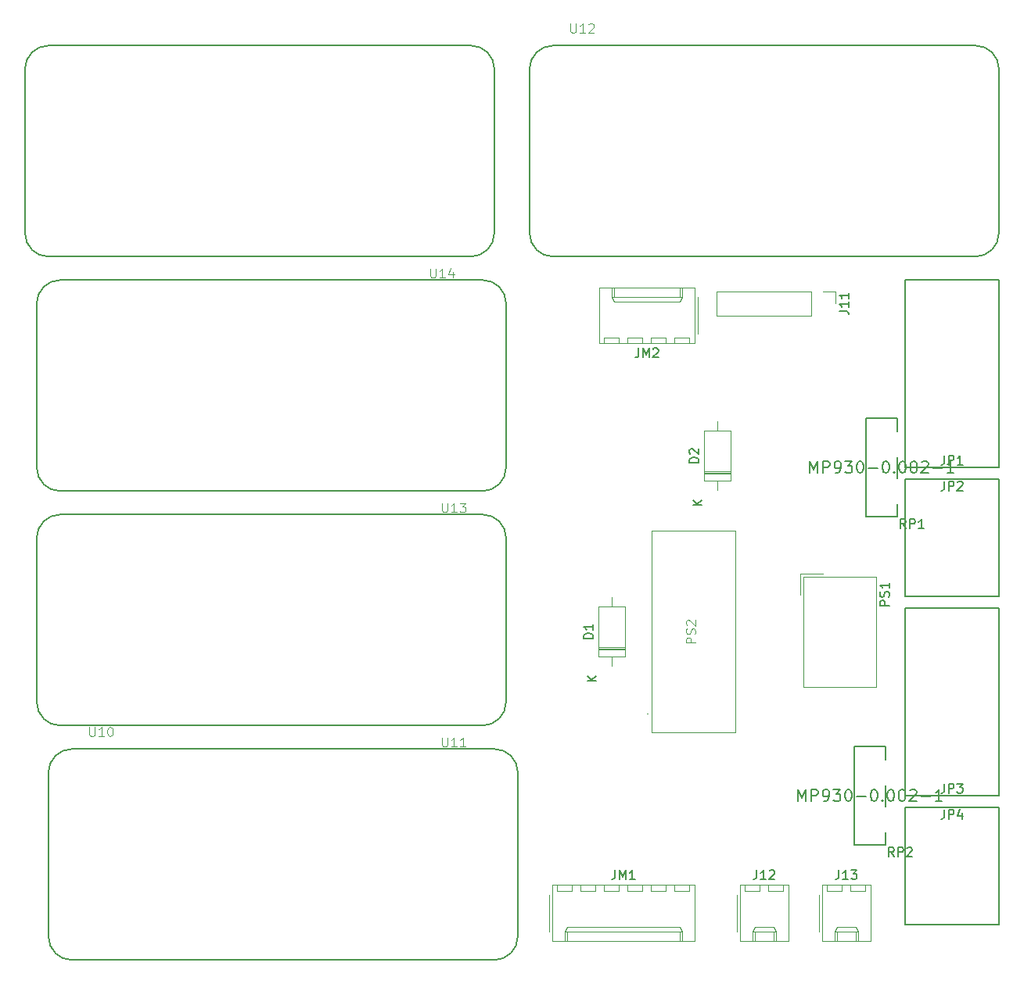
<source format=gbr>
G04 #@! TF.GenerationSoftware,KiCad,Pcbnew,5.0.2+dfsg1-1*
G04 #@! TF.CreationDate,2021-02-11T18:24:03-07:00*
G04 #@! TF.ProjectId,smart_battery,736d6172-745f-4626-9174-746572792e6b,rev?*
G04 #@! TF.SameCoordinates,Original*
G04 #@! TF.FileFunction,Legend,Top*
G04 #@! TF.FilePolarity,Positive*
%FSLAX46Y46*%
G04 Gerber Fmt 4.6, Leading zero omitted, Abs format (unit mm)*
G04 Created by KiCad (PCBNEW 5.0.2+dfsg1-1) date Thu 11 Feb 2021 06:24:03 PM MST*
%MOMM*%
%LPD*%
G01*
G04 APERTURE LIST*
%ADD10C,0.120000*%
%ADD11C,0.127000*%
%ADD12C,0.100000*%
%ADD13C,0.150000*%
%ADD14C,0.015000*%
G04 APERTURE END LIST*
D10*
G04 #@! TO.C,D1*
X84890000Y-84490000D02*
X87830000Y-84490000D01*
X84890000Y-84250000D02*
X87830000Y-84250000D01*
X84890000Y-84370000D02*
X87830000Y-84370000D01*
X86360000Y-78810000D02*
X86360000Y-79830000D01*
X86360000Y-86290000D02*
X86360000Y-85270000D01*
X84890000Y-79830000D02*
X84890000Y-85270000D01*
X87830000Y-79830000D02*
X84890000Y-79830000D01*
X87830000Y-85270000D02*
X87830000Y-79830000D01*
X84890000Y-85270000D02*
X87830000Y-85270000D01*
G04 #@! TO.C,D2*
X96320000Y-66220000D02*
X99260000Y-66220000D01*
X99260000Y-66220000D02*
X99260000Y-60780000D01*
X99260000Y-60780000D02*
X96320000Y-60780000D01*
X96320000Y-60780000D02*
X96320000Y-66220000D01*
X97790000Y-67240000D02*
X97790000Y-66220000D01*
X97790000Y-59760000D02*
X97790000Y-60780000D01*
X96320000Y-65320000D02*
X99260000Y-65320000D01*
X96320000Y-65200000D02*
X99260000Y-65200000D01*
X96320000Y-65440000D02*
X99260000Y-65440000D01*
G04 #@! TO.C,JM1*
X94780000Y-110600000D02*
X94780000Y-110000000D01*
X93180000Y-110600000D02*
X94780000Y-110600000D01*
X93180000Y-110000000D02*
X93180000Y-110600000D01*
X92240000Y-110600000D02*
X92240000Y-110000000D01*
X90640000Y-110600000D02*
X92240000Y-110600000D01*
X90640000Y-110000000D02*
X90640000Y-110600000D01*
X89700000Y-110600000D02*
X89700000Y-110000000D01*
X88100000Y-110600000D02*
X89700000Y-110600000D01*
X88100000Y-110000000D02*
X88100000Y-110600000D01*
X87160000Y-110600000D02*
X87160000Y-110000000D01*
X85560000Y-110600000D02*
X87160000Y-110600000D01*
X85560000Y-110000000D02*
X85560000Y-110600000D01*
X84620000Y-110600000D02*
X84620000Y-110000000D01*
X83020000Y-110600000D02*
X84620000Y-110600000D01*
X83020000Y-110000000D02*
X83020000Y-110600000D01*
X82080000Y-110600000D02*
X82080000Y-110000000D01*
X80480000Y-110600000D02*
X82080000Y-110600000D01*
X80480000Y-110000000D02*
X80480000Y-110600000D01*
X93730000Y-116020000D02*
X93730000Y-115020000D01*
X81530000Y-116020000D02*
X81530000Y-115020000D01*
X93730000Y-114490000D02*
X93980000Y-115020000D01*
X81530000Y-114490000D02*
X93730000Y-114490000D01*
X81280000Y-115020000D02*
X81530000Y-114490000D01*
X93980000Y-115020000D02*
X93980000Y-116020000D01*
X81280000Y-115020000D02*
X93980000Y-115020000D01*
X81280000Y-116020000D02*
X81280000Y-115020000D01*
X79610000Y-111030000D02*
X79610000Y-115030000D01*
X95360000Y-110000000D02*
X79900000Y-110000000D01*
X95360000Y-116020000D02*
X95360000Y-110000000D01*
X79900000Y-116020000D02*
X95360000Y-116020000D01*
X79900000Y-110000000D02*
X79900000Y-116020000D01*
G04 #@! TO.C,J12*
X104940000Y-110600000D02*
X104940000Y-110000000D01*
X103340000Y-110600000D02*
X104940000Y-110600000D01*
X103340000Y-110000000D02*
X103340000Y-110600000D01*
X102400000Y-110600000D02*
X102400000Y-110000000D01*
X100800000Y-110600000D02*
X102400000Y-110600000D01*
X100800000Y-110000000D02*
X100800000Y-110600000D01*
X103890000Y-116020000D02*
X103890000Y-115020000D01*
X101850000Y-116020000D02*
X101850000Y-115020000D01*
X103890000Y-114490000D02*
X104140000Y-115020000D01*
X101850000Y-114490000D02*
X103890000Y-114490000D01*
X101600000Y-115020000D02*
X101850000Y-114490000D01*
X104140000Y-115020000D02*
X104140000Y-116020000D01*
X101600000Y-115020000D02*
X104140000Y-115020000D01*
X101600000Y-116020000D02*
X101600000Y-115020000D01*
X99930000Y-111030000D02*
X99930000Y-115030000D01*
X105520000Y-110000000D02*
X100220000Y-110000000D01*
X105520000Y-116020000D02*
X105520000Y-110000000D01*
X100220000Y-116020000D02*
X105520000Y-116020000D01*
X100220000Y-110000000D02*
X100220000Y-116020000D01*
G04 #@! TO.C,J13*
X113830000Y-110600000D02*
X113830000Y-110000000D01*
X112230000Y-110600000D02*
X113830000Y-110600000D01*
X112230000Y-110000000D02*
X112230000Y-110600000D01*
X111290000Y-110600000D02*
X111290000Y-110000000D01*
X109690000Y-110600000D02*
X111290000Y-110600000D01*
X109690000Y-110000000D02*
X109690000Y-110600000D01*
X112780000Y-116020000D02*
X112780000Y-115020000D01*
X110740000Y-116020000D02*
X110740000Y-115020000D01*
X112780000Y-114490000D02*
X113030000Y-115020000D01*
X110740000Y-114490000D02*
X112780000Y-114490000D01*
X110490000Y-115020000D02*
X110740000Y-114490000D01*
X113030000Y-115020000D02*
X113030000Y-116020000D01*
X110490000Y-115020000D02*
X113030000Y-115020000D01*
X110490000Y-116020000D02*
X110490000Y-115020000D01*
X108820000Y-111030000D02*
X108820000Y-115030000D01*
X114410000Y-110000000D02*
X109110000Y-110000000D01*
X114410000Y-116020000D02*
X114410000Y-110000000D01*
X109110000Y-116020000D02*
X114410000Y-116020000D01*
X109110000Y-110000000D02*
X109110000Y-116020000D01*
G04 #@! TO.C,JM2*
X85560000Y-50690000D02*
X85560000Y-51290000D01*
X87160000Y-50690000D02*
X85560000Y-50690000D01*
X87160000Y-51290000D02*
X87160000Y-50690000D01*
X88100000Y-50690000D02*
X88100000Y-51290000D01*
X89700000Y-50690000D02*
X88100000Y-50690000D01*
X89700000Y-51290000D02*
X89700000Y-50690000D01*
X90640000Y-50690000D02*
X90640000Y-51290000D01*
X92240000Y-50690000D02*
X90640000Y-50690000D01*
X92240000Y-51290000D02*
X92240000Y-50690000D01*
X93180000Y-50690000D02*
X93180000Y-51290000D01*
X94780000Y-50690000D02*
X93180000Y-50690000D01*
X94780000Y-51290000D02*
X94780000Y-50690000D01*
X86610000Y-45270000D02*
X86610000Y-46270000D01*
X93730000Y-45270000D02*
X93730000Y-46270000D01*
X86610000Y-46800000D02*
X86360000Y-46270000D01*
X93730000Y-46800000D02*
X86610000Y-46800000D01*
X93980000Y-46270000D02*
X93730000Y-46800000D01*
X86360000Y-46270000D02*
X86360000Y-45270000D01*
X93980000Y-46270000D02*
X86360000Y-46270000D01*
X93980000Y-45270000D02*
X93980000Y-46270000D01*
X95650000Y-50260000D02*
X95650000Y-46260000D01*
X84980000Y-51290000D02*
X95360000Y-51290000D01*
X84980000Y-45270000D02*
X84980000Y-51290000D01*
X95360000Y-45270000D02*
X84980000Y-45270000D01*
X95360000Y-51290000D02*
X95360000Y-45270000D01*
G04 #@! TO.C,J11*
X110550000Y-45660000D02*
X110550000Y-46990000D01*
X109220000Y-45660000D02*
X110550000Y-45660000D01*
X107950000Y-45660000D02*
X107950000Y-48320000D01*
X107950000Y-48320000D02*
X97730000Y-48320000D01*
X107950000Y-45660000D02*
X97730000Y-45660000D01*
X97730000Y-45660000D02*
X97730000Y-48320000D01*
G04 #@! TO.C,PS1*
X107100000Y-76590000D02*
X114950000Y-76590000D01*
X114950000Y-76590000D02*
X114950000Y-88530000D01*
X114950000Y-88530000D02*
X107100000Y-88530000D01*
X107100000Y-88530000D02*
X107100000Y-76590000D01*
X109220000Y-76260000D02*
X106770000Y-76260000D01*
X106770000Y-76260000D02*
X106770000Y-78590000D01*
D11*
G04 #@! TO.C,U12*
X125730000Y-41910000D02*
X80010000Y-41910000D01*
X128270000Y-39370000D02*
G75*
G02X125730000Y-41910000I-2540000J0D01*
G01*
X128270000Y-21590000D02*
X128270000Y-39370000D01*
X125730000Y-19050000D02*
G75*
G02X128270000Y-21590000I0J-2540000D01*
G01*
X80010000Y-19050000D02*
X125730000Y-19050000D01*
X77470000Y-21590000D02*
G75*
G02X80010000Y-19050000I2540000J0D01*
G01*
X77470000Y-39370000D02*
X77470000Y-21590000D01*
X80010000Y-41910000D02*
G75*
G02X77470000Y-39370000I0J2540000D01*
G01*
G04 #@! TO.C,U10*
X73660000Y-118110000D02*
X27940000Y-118110000D01*
X76200000Y-115570000D02*
G75*
G02X73660000Y-118110000I-2540000J0D01*
G01*
X76200000Y-97790000D02*
X76200000Y-115570000D01*
X73660000Y-95250000D02*
G75*
G02X76200000Y-97790000I0J-2540000D01*
G01*
X27940000Y-95250000D02*
X73660000Y-95250000D01*
X25400000Y-97790000D02*
G75*
G02X27940000Y-95250000I2540000J0D01*
G01*
X25400000Y-115570000D02*
X25400000Y-97790000D01*
X27940000Y-118110000D02*
G75*
G02X25400000Y-115570000I0J2540000D01*
G01*
G04 #@! TO.C,U14*
X25400000Y-19050000D02*
X71120000Y-19050000D01*
X22860000Y-21590000D02*
G75*
G02X25400000Y-19050000I2540000J0D01*
G01*
X22860000Y-39370000D02*
X22860000Y-21590000D01*
X25400000Y-41910000D02*
G75*
G02X22860000Y-39370000I0J2540000D01*
G01*
X71120000Y-41910000D02*
X25400000Y-41910000D01*
X73660000Y-39370000D02*
G75*
G02X71120000Y-41910000I-2540000J0D01*
G01*
X73660000Y-21590000D02*
X73660000Y-39370000D01*
X71120000Y-19050000D02*
G75*
G02X73660000Y-21590000I0J-2540000D01*
G01*
G04 #@! TO.C,U13*
X26670000Y-44450000D02*
X72390000Y-44450000D01*
X24130000Y-46990000D02*
G75*
G02X26670000Y-44450000I2540000J0D01*
G01*
X24130000Y-64770000D02*
X24130000Y-46990000D01*
X26670000Y-67310000D02*
G75*
G02X24130000Y-64770000I0J2540000D01*
G01*
X72390000Y-67310000D02*
X26670000Y-67310000D01*
X74930000Y-64770000D02*
G75*
G02X72390000Y-67310000I-2540000J0D01*
G01*
X74930000Y-46990000D02*
X74930000Y-64770000D01*
X72390000Y-44450000D02*
G75*
G02X74930000Y-46990000I0J-2540000D01*
G01*
G04 #@! TO.C,U11*
X26670000Y-69850000D02*
X72390000Y-69850000D01*
X24130000Y-72390000D02*
G75*
G02X26670000Y-69850000I2540000J0D01*
G01*
X24130000Y-90170000D02*
X24130000Y-72390000D01*
X26670000Y-92710000D02*
G75*
G02X24130000Y-90170000I0J2540000D01*
G01*
X72390000Y-92710000D02*
X26670000Y-92710000D01*
X74930000Y-90170000D02*
G75*
G02X72390000Y-92710000I-2540000J0D01*
G01*
X74930000Y-72390000D02*
X74930000Y-90170000D01*
X72390000Y-69850000D02*
G75*
G02X74930000Y-72390000I0J-2540000D01*
G01*
D12*
G04 #@! TO.C,PS2*
X90180000Y-91440000D02*
G75*
G02X90280000Y-91440000I50000J0D01*
G01*
X90180000Y-91440000D02*
X90180000Y-91440000D01*
X90280000Y-91440000D02*
G75*
G02X90180000Y-91440000I-50000J0D01*
G01*
X90280000Y-91440000D02*
X90280000Y-91440000D01*
X90655000Y-93440000D02*
X99755000Y-93440000D01*
X90655000Y-71640000D02*
X90655000Y-93440000D01*
X99755000Y-71640000D02*
X90655000Y-71640000D01*
X99755000Y-93440000D02*
X99755000Y-71640000D01*
D13*
G04 #@! TO.C,JP1*
X118110000Y-78740000D02*
X118110000Y-66040000D01*
X128270000Y-78740000D02*
X118110000Y-78740000D01*
X128270000Y-66040000D02*
X128270000Y-78740000D01*
X118110000Y-66040000D02*
X128270000Y-66040000D01*
G04 #@! TO.C,JP3*
X118110000Y-114300000D02*
X118110000Y-101600000D01*
X128270000Y-114300000D02*
X118110000Y-114300000D01*
X128270000Y-101600000D02*
X128270000Y-114300000D01*
X118110000Y-101600000D02*
X128270000Y-101600000D01*
G04 #@! TO.C,JP2*
X128270000Y-44450000D02*
X128270000Y-64770000D01*
X118110000Y-44450000D02*
X128270000Y-44450000D01*
X118110000Y-64770000D02*
X118110000Y-44450000D01*
X128270000Y-64770000D02*
X118110000Y-64770000D01*
G04 #@! TO.C,JP4*
X128270000Y-80010000D02*
X128270000Y-100330000D01*
X118110000Y-80010000D02*
X128270000Y-80010000D01*
X118110000Y-100330000D02*
X118110000Y-80010000D01*
X128270000Y-100330000D02*
X118110000Y-100330000D01*
G04 #@! TO.C,RP1*
X117290000Y-68685000D02*
X117290000Y-70105000D01*
X117290000Y-63605000D02*
X117290000Y-65935000D01*
X117290000Y-59435000D02*
X117290000Y-60855000D01*
X117290000Y-59435000D02*
X113850000Y-59435000D01*
X113850000Y-59435000D02*
X113850000Y-70105000D01*
X117290000Y-70105000D02*
X113850000Y-70105000D01*
G04 #@! TO.C,RP2*
X116020000Y-104245000D02*
X116020000Y-105665000D01*
X116020000Y-99165000D02*
X116020000Y-101495000D01*
X116020000Y-94995000D02*
X116020000Y-96415000D01*
X116020000Y-94995000D02*
X112580000Y-94995000D01*
X112580000Y-94995000D02*
X112580000Y-105665000D01*
X116020000Y-105665000D02*
X112580000Y-105665000D01*
G04 #@! TO.C,D1*
X84342380Y-83288095D02*
X83342380Y-83288095D01*
X83342380Y-83050000D01*
X83390000Y-82907142D01*
X83485238Y-82811904D01*
X83580476Y-82764285D01*
X83770952Y-82716666D01*
X83913809Y-82716666D01*
X84104285Y-82764285D01*
X84199523Y-82811904D01*
X84294761Y-82907142D01*
X84342380Y-83050000D01*
X84342380Y-83288095D01*
X84342380Y-81764285D02*
X84342380Y-82335714D01*
X84342380Y-82050000D02*
X83342380Y-82050000D01*
X83485238Y-82145238D01*
X83580476Y-82240476D01*
X83628095Y-82335714D01*
X84712380Y-87891904D02*
X83712380Y-87891904D01*
X84712380Y-87320476D02*
X84140952Y-87749047D01*
X83712380Y-87320476D02*
X84283809Y-87891904D01*
G04 #@! TO.C,D2*
X95772380Y-64238095D02*
X94772380Y-64238095D01*
X94772380Y-64000000D01*
X94820000Y-63857142D01*
X94915238Y-63761904D01*
X95010476Y-63714285D01*
X95200952Y-63666666D01*
X95343809Y-63666666D01*
X95534285Y-63714285D01*
X95629523Y-63761904D01*
X95724761Y-63857142D01*
X95772380Y-64000000D01*
X95772380Y-64238095D01*
X94867619Y-63285714D02*
X94820000Y-63238095D01*
X94772380Y-63142857D01*
X94772380Y-62904761D01*
X94820000Y-62809523D01*
X94867619Y-62761904D01*
X94962857Y-62714285D01*
X95058095Y-62714285D01*
X95200952Y-62761904D01*
X95772380Y-63333333D01*
X95772380Y-62714285D01*
X96142380Y-68841904D02*
X95142380Y-68841904D01*
X96142380Y-68270476D02*
X95570952Y-68699047D01*
X95142380Y-68270476D02*
X95713809Y-68841904D01*
G04 #@! TO.C,JM1*
X86725238Y-108362380D02*
X86725238Y-109076666D01*
X86677619Y-109219523D01*
X86582380Y-109314761D01*
X86439523Y-109362380D01*
X86344285Y-109362380D01*
X87201428Y-109362380D02*
X87201428Y-108362380D01*
X87534761Y-109076666D01*
X87868095Y-108362380D01*
X87868095Y-109362380D01*
X88868095Y-109362380D02*
X88296666Y-109362380D01*
X88582380Y-109362380D02*
X88582380Y-108362380D01*
X88487142Y-108505238D01*
X88391904Y-108600476D01*
X88296666Y-108648095D01*
G04 #@! TO.C,J12*
X102060476Y-108362380D02*
X102060476Y-109076666D01*
X102012857Y-109219523D01*
X101917619Y-109314761D01*
X101774761Y-109362380D01*
X101679523Y-109362380D01*
X103060476Y-109362380D02*
X102489047Y-109362380D01*
X102774761Y-109362380D02*
X102774761Y-108362380D01*
X102679523Y-108505238D01*
X102584285Y-108600476D01*
X102489047Y-108648095D01*
X103441428Y-108457619D02*
X103489047Y-108410000D01*
X103584285Y-108362380D01*
X103822380Y-108362380D01*
X103917619Y-108410000D01*
X103965238Y-108457619D01*
X104012857Y-108552857D01*
X104012857Y-108648095D01*
X103965238Y-108790952D01*
X103393809Y-109362380D01*
X104012857Y-109362380D01*
G04 #@! TO.C,J13*
X110950476Y-108362380D02*
X110950476Y-109076666D01*
X110902857Y-109219523D01*
X110807619Y-109314761D01*
X110664761Y-109362380D01*
X110569523Y-109362380D01*
X111950476Y-109362380D02*
X111379047Y-109362380D01*
X111664761Y-109362380D02*
X111664761Y-108362380D01*
X111569523Y-108505238D01*
X111474285Y-108600476D01*
X111379047Y-108648095D01*
X112283809Y-108362380D02*
X112902857Y-108362380D01*
X112569523Y-108743333D01*
X112712380Y-108743333D01*
X112807619Y-108790952D01*
X112855238Y-108838571D01*
X112902857Y-108933809D01*
X112902857Y-109171904D01*
X112855238Y-109267142D01*
X112807619Y-109314761D01*
X112712380Y-109362380D01*
X112426666Y-109362380D01*
X112331428Y-109314761D01*
X112283809Y-109267142D01*
G04 #@! TO.C,JM2*
X89265238Y-51832380D02*
X89265238Y-52546666D01*
X89217619Y-52689523D01*
X89122380Y-52784761D01*
X88979523Y-52832380D01*
X88884285Y-52832380D01*
X89741428Y-52832380D02*
X89741428Y-51832380D01*
X90074761Y-52546666D01*
X90408095Y-51832380D01*
X90408095Y-52832380D01*
X90836666Y-51927619D02*
X90884285Y-51880000D01*
X90979523Y-51832380D01*
X91217619Y-51832380D01*
X91312857Y-51880000D01*
X91360476Y-51927619D01*
X91408095Y-52022857D01*
X91408095Y-52118095D01*
X91360476Y-52260952D01*
X90789047Y-52832380D01*
X91408095Y-52832380D01*
G04 #@! TO.C,J11*
X111002380Y-47799523D02*
X111716666Y-47799523D01*
X111859523Y-47847142D01*
X111954761Y-47942380D01*
X112002380Y-48085238D01*
X112002380Y-48180476D01*
X112002380Y-46799523D02*
X112002380Y-47370952D01*
X112002380Y-47085238D02*
X111002380Y-47085238D01*
X111145238Y-47180476D01*
X111240476Y-47275714D01*
X111288095Y-47370952D01*
X112002380Y-45847142D02*
X112002380Y-46418571D01*
X112002380Y-46132857D02*
X111002380Y-46132857D01*
X111145238Y-46228095D01*
X111240476Y-46323333D01*
X111288095Y-46418571D01*
G04 #@! TO.C,PS1*
X116382380Y-79724285D02*
X115382380Y-79724285D01*
X115382380Y-79343333D01*
X115430000Y-79248095D01*
X115477619Y-79200476D01*
X115572857Y-79152857D01*
X115715714Y-79152857D01*
X115810952Y-79200476D01*
X115858571Y-79248095D01*
X115906190Y-79343333D01*
X115906190Y-79724285D01*
X116334761Y-78771904D02*
X116382380Y-78629047D01*
X116382380Y-78390952D01*
X116334761Y-78295714D01*
X116287142Y-78248095D01*
X116191904Y-78200476D01*
X116096666Y-78200476D01*
X116001428Y-78248095D01*
X115953809Y-78295714D01*
X115906190Y-78390952D01*
X115858571Y-78581428D01*
X115810952Y-78676666D01*
X115763333Y-78724285D01*
X115668095Y-78771904D01*
X115572857Y-78771904D01*
X115477619Y-78724285D01*
X115430000Y-78676666D01*
X115382380Y-78581428D01*
X115382380Y-78343333D01*
X115430000Y-78200476D01*
X116382380Y-77248095D02*
X116382380Y-77819523D01*
X116382380Y-77533809D02*
X115382380Y-77533809D01*
X115525238Y-77629047D01*
X115620476Y-77724285D01*
X115668095Y-77819523D01*
G04 #@! TO.C,U12*
D14*
X81906904Y-16657380D02*
X81906904Y-17466904D01*
X81954523Y-17562142D01*
X82002142Y-17609761D01*
X82097380Y-17657380D01*
X82287857Y-17657380D01*
X82383095Y-17609761D01*
X82430714Y-17562142D01*
X82478333Y-17466904D01*
X82478333Y-16657380D01*
X83478333Y-17657380D02*
X82906904Y-17657380D01*
X83192619Y-17657380D02*
X83192619Y-16657380D01*
X83097380Y-16800238D01*
X83002142Y-16895476D01*
X82906904Y-16943095D01*
X83859285Y-16752619D02*
X83906904Y-16705000D01*
X84002142Y-16657380D01*
X84240238Y-16657380D01*
X84335476Y-16705000D01*
X84383095Y-16752619D01*
X84430714Y-16847857D01*
X84430714Y-16943095D01*
X84383095Y-17085952D01*
X83811666Y-17657380D01*
X84430714Y-17657380D01*
G04 #@! TO.C,U10*
X29836904Y-92857380D02*
X29836904Y-93666904D01*
X29884523Y-93762142D01*
X29932142Y-93809761D01*
X30027380Y-93857380D01*
X30217857Y-93857380D01*
X30313095Y-93809761D01*
X30360714Y-93762142D01*
X30408333Y-93666904D01*
X30408333Y-92857380D01*
X31408333Y-93857380D02*
X30836904Y-93857380D01*
X31122619Y-93857380D02*
X31122619Y-92857380D01*
X31027380Y-93000238D01*
X30932142Y-93095476D01*
X30836904Y-93143095D01*
X32027380Y-92857380D02*
X32122619Y-92857380D01*
X32217857Y-92905000D01*
X32265476Y-92952619D01*
X32313095Y-93047857D01*
X32360714Y-93238333D01*
X32360714Y-93476428D01*
X32313095Y-93666904D01*
X32265476Y-93762142D01*
X32217857Y-93809761D01*
X32122619Y-93857380D01*
X32027380Y-93857380D01*
X31932142Y-93809761D01*
X31884523Y-93762142D01*
X31836904Y-93666904D01*
X31789285Y-93476428D01*
X31789285Y-93238333D01*
X31836904Y-93047857D01*
X31884523Y-92952619D01*
X31932142Y-92905000D01*
X32027380Y-92857380D01*
G04 #@! TO.C,U14*
X66746904Y-43207380D02*
X66746904Y-44016904D01*
X66794523Y-44112142D01*
X66842142Y-44159761D01*
X66937380Y-44207380D01*
X67127857Y-44207380D01*
X67223095Y-44159761D01*
X67270714Y-44112142D01*
X67318333Y-44016904D01*
X67318333Y-43207380D01*
X68318333Y-44207380D02*
X67746904Y-44207380D01*
X68032619Y-44207380D02*
X68032619Y-43207380D01*
X67937380Y-43350238D01*
X67842142Y-43445476D01*
X67746904Y-43493095D01*
X69175476Y-43540714D02*
X69175476Y-44207380D01*
X68937380Y-43159761D02*
X68699285Y-43874047D01*
X69318333Y-43874047D01*
G04 #@! TO.C,U13*
X68016904Y-68607380D02*
X68016904Y-69416904D01*
X68064523Y-69512142D01*
X68112142Y-69559761D01*
X68207380Y-69607380D01*
X68397857Y-69607380D01*
X68493095Y-69559761D01*
X68540714Y-69512142D01*
X68588333Y-69416904D01*
X68588333Y-68607380D01*
X69588333Y-69607380D02*
X69016904Y-69607380D01*
X69302619Y-69607380D02*
X69302619Y-68607380D01*
X69207380Y-68750238D01*
X69112142Y-68845476D01*
X69016904Y-68893095D01*
X69921666Y-68607380D02*
X70540714Y-68607380D01*
X70207380Y-68988333D01*
X70350238Y-68988333D01*
X70445476Y-69035952D01*
X70493095Y-69083571D01*
X70540714Y-69178809D01*
X70540714Y-69416904D01*
X70493095Y-69512142D01*
X70445476Y-69559761D01*
X70350238Y-69607380D01*
X70064523Y-69607380D01*
X69969285Y-69559761D01*
X69921666Y-69512142D01*
G04 #@! TO.C,U11*
X68016904Y-94007380D02*
X68016904Y-94816904D01*
X68064523Y-94912142D01*
X68112142Y-94959761D01*
X68207380Y-95007380D01*
X68397857Y-95007380D01*
X68493095Y-94959761D01*
X68540714Y-94912142D01*
X68588333Y-94816904D01*
X68588333Y-94007380D01*
X69588333Y-95007380D02*
X69016904Y-95007380D01*
X69302619Y-95007380D02*
X69302619Y-94007380D01*
X69207380Y-94150238D01*
X69112142Y-94245476D01*
X69016904Y-94293095D01*
X70540714Y-95007380D02*
X69969285Y-95007380D01*
X70255000Y-95007380D02*
X70255000Y-94007380D01*
X70159761Y-94150238D01*
X70064523Y-94245476D01*
X69969285Y-94293095D01*
G04 #@! TO.C,PS2*
X95419380Y-83754285D02*
X94419380Y-83754285D01*
X94419380Y-83373333D01*
X94467000Y-83278095D01*
X94514619Y-83230476D01*
X94609857Y-83182857D01*
X94752714Y-83182857D01*
X94847952Y-83230476D01*
X94895571Y-83278095D01*
X94943190Y-83373333D01*
X94943190Y-83754285D01*
X95371761Y-82801904D02*
X95419380Y-82659047D01*
X95419380Y-82420952D01*
X95371761Y-82325714D01*
X95324142Y-82278095D01*
X95228904Y-82230476D01*
X95133666Y-82230476D01*
X95038428Y-82278095D01*
X94990809Y-82325714D01*
X94943190Y-82420952D01*
X94895571Y-82611428D01*
X94847952Y-82706666D01*
X94800333Y-82754285D01*
X94705095Y-82801904D01*
X94609857Y-82801904D01*
X94514619Y-82754285D01*
X94467000Y-82706666D01*
X94419380Y-82611428D01*
X94419380Y-82373333D01*
X94467000Y-82230476D01*
X94514619Y-81849523D02*
X94467000Y-81801904D01*
X94419380Y-81706666D01*
X94419380Y-81468571D01*
X94467000Y-81373333D01*
X94514619Y-81325714D01*
X94609857Y-81278095D01*
X94705095Y-81278095D01*
X94847952Y-81325714D01*
X95419380Y-81897142D01*
X95419380Y-81278095D01*
G04 #@! TO.C,JP1*
D13*
X122356666Y-63452380D02*
X122356666Y-64166666D01*
X122309047Y-64309523D01*
X122213809Y-64404761D01*
X122070952Y-64452380D01*
X121975714Y-64452380D01*
X122832857Y-64452380D02*
X122832857Y-63452380D01*
X123213809Y-63452380D01*
X123309047Y-63500000D01*
X123356666Y-63547619D01*
X123404285Y-63642857D01*
X123404285Y-63785714D01*
X123356666Y-63880952D01*
X123309047Y-63928571D01*
X123213809Y-63976190D01*
X122832857Y-63976190D01*
X124356666Y-64452380D02*
X123785238Y-64452380D01*
X124070952Y-64452380D02*
X124070952Y-63452380D01*
X123975714Y-63595238D01*
X123880476Y-63690476D01*
X123785238Y-63738095D01*
G04 #@! TO.C,JP3*
X122356666Y-99012380D02*
X122356666Y-99726666D01*
X122309047Y-99869523D01*
X122213809Y-99964761D01*
X122070952Y-100012380D01*
X121975714Y-100012380D01*
X122832857Y-100012380D02*
X122832857Y-99012380D01*
X123213809Y-99012380D01*
X123309047Y-99060000D01*
X123356666Y-99107619D01*
X123404285Y-99202857D01*
X123404285Y-99345714D01*
X123356666Y-99440952D01*
X123309047Y-99488571D01*
X123213809Y-99536190D01*
X122832857Y-99536190D01*
X123737619Y-99012380D02*
X124356666Y-99012380D01*
X124023333Y-99393333D01*
X124166190Y-99393333D01*
X124261428Y-99440952D01*
X124309047Y-99488571D01*
X124356666Y-99583809D01*
X124356666Y-99821904D01*
X124309047Y-99917142D01*
X124261428Y-99964761D01*
X124166190Y-100012380D01*
X123880476Y-100012380D01*
X123785238Y-99964761D01*
X123737619Y-99917142D01*
G04 #@! TO.C,JP2*
X122356666Y-66262380D02*
X122356666Y-66976666D01*
X122309047Y-67119523D01*
X122213809Y-67214761D01*
X122070952Y-67262380D01*
X121975714Y-67262380D01*
X122832857Y-67262380D02*
X122832857Y-66262380D01*
X123213809Y-66262380D01*
X123309047Y-66310000D01*
X123356666Y-66357619D01*
X123404285Y-66452857D01*
X123404285Y-66595714D01*
X123356666Y-66690952D01*
X123309047Y-66738571D01*
X123213809Y-66786190D01*
X122832857Y-66786190D01*
X123785238Y-66357619D02*
X123832857Y-66310000D01*
X123928095Y-66262380D01*
X124166190Y-66262380D01*
X124261428Y-66310000D01*
X124309047Y-66357619D01*
X124356666Y-66452857D01*
X124356666Y-66548095D01*
X124309047Y-66690952D01*
X123737619Y-67262380D01*
X124356666Y-67262380D01*
G04 #@! TO.C,JP4*
X122356666Y-101822380D02*
X122356666Y-102536666D01*
X122309047Y-102679523D01*
X122213809Y-102774761D01*
X122070952Y-102822380D01*
X121975714Y-102822380D01*
X122832857Y-102822380D02*
X122832857Y-101822380D01*
X123213809Y-101822380D01*
X123309047Y-101870000D01*
X123356666Y-101917619D01*
X123404285Y-102012857D01*
X123404285Y-102155714D01*
X123356666Y-102250952D01*
X123309047Y-102298571D01*
X123213809Y-102346190D01*
X122832857Y-102346190D01*
X124261428Y-102155714D02*
X124261428Y-102822380D01*
X124023333Y-101774761D02*
X123785238Y-102489047D01*
X124404285Y-102489047D01*
G04 #@! TO.C,RP1*
X118197023Y-71357380D02*
X117863690Y-70881190D01*
X117625595Y-71357380D02*
X117625595Y-70357380D01*
X118006547Y-70357380D01*
X118101785Y-70405000D01*
X118149404Y-70452619D01*
X118197023Y-70547857D01*
X118197023Y-70690714D01*
X118149404Y-70785952D01*
X118101785Y-70833571D01*
X118006547Y-70881190D01*
X117625595Y-70881190D01*
X118625595Y-71357380D02*
X118625595Y-70357380D01*
X119006547Y-70357380D01*
X119101785Y-70405000D01*
X119149404Y-70452619D01*
X119197023Y-70547857D01*
X119197023Y-70690714D01*
X119149404Y-70785952D01*
X119101785Y-70833571D01*
X119006547Y-70881190D01*
X118625595Y-70881190D01*
X120149404Y-71357380D02*
X119577976Y-71357380D01*
X119863690Y-71357380D02*
X119863690Y-70357380D01*
X119768452Y-70500238D01*
X119673214Y-70595476D01*
X119577976Y-70643095D01*
X107798809Y-65344523D02*
X107798809Y-64074523D01*
X108222142Y-64981666D01*
X108645476Y-64074523D01*
X108645476Y-65344523D01*
X109250238Y-65344523D02*
X109250238Y-64074523D01*
X109734047Y-64074523D01*
X109855000Y-64135000D01*
X109915476Y-64195476D01*
X109975952Y-64316428D01*
X109975952Y-64497857D01*
X109915476Y-64618809D01*
X109855000Y-64679285D01*
X109734047Y-64739761D01*
X109250238Y-64739761D01*
X110580714Y-65344523D02*
X110822619Y-65344523D01*
X110943571Y-65284047D01*
X111004047Y-65223571D01*
X111125000Y-65042142D01*
X111185476Y-64800238D01*
X111185476Y-64316428D01*
X111125000Y-64195476D01*
X111064523Y-64135000D01*
X110943571Y-64074523D01*
X110701666Y-64074523D01*
X110580714Y-64135000D01*
X110520238Y-64195476D01*
X110459761Y-64316428D01*
X110459761Y-64618809D01*
X110520238Y-64739761D01*
X110580714Y-64800238D01*
X110701666Y-64860714D01*
X110943571Y-64860714D01*
X111064523Y-64800238D01*
X111125000Y-64739761D01*
X111185476Y-64618809D01*
X111608809Y-64074523D02*
X112395000Y-64074523D01*
X111971666Y-64558333D01*
X112153095Y-64558333D01*
X112274047Y-64618809D01*
X112334523Y-64679285D01*
X112395000Y-64800238D01*
X112395000Y-65102619D01*
X112334523Y-65223571D01*
X112274047Y-65284047D01*
X112153095Y-65344523D01*
X111790238Y-65344523D01*
X111669285Y-65284047D01*
X111608809Y-65223571D01*
X113181190Y-64074523D02*
X113302142Y-64074523D01*
X113423095Y-64135000D01*
X113483571Y-64195476D01*
X113544047Y-64316428D01*
X113604523Y-64558333D01*
X113604523Y-64860714D01*
X113544047Y-65102619D01*
X113483571Y-65223571D01*
X113423095Y-65284047D01*
X113302142Y-65344523D01*
X113181190Y-65344523D01*
X113060238Y-65284047D01*
X112999761Y-65223571D01*
X112939285Y-65102619D01*
X112878809Y-64860714D01*
X112878809Y-64558333D01*
X112939285Y-64316428D01*
X112999761Y-64195476D01*
X113060238Y-64135000D01*
X113181190Y-64074523D01*
X114148809Y-64860714D02*
X115116428Y-64860714D01*
X115963095Y-64074523D02*
X116084047Y-64074523D01*
X116205000Y-64135000D01*
X116265476Y-64195476D01*
X116325952Y-64316428D01*
X116386428Y-64558333D01*
X116386428Y-64860714D01*
X116325952Y-65102619D01*
X116265476Y-65223571D01*
X116205000Y-65284047D01*
X116084047Y-65344523D01*
X115963095Y-65344523D01*
X115842142Y-65284047D01*
X115781666Y-65223571D01*
X115721190Y-65102619D01*
X115660714Y-64860714D01*
X115660714Y-64558333D01*
X115721190Y-64316428D01*
X115781666Y-64195476D01*
X115842142Y-64135000D01*
X115963095Y-64074523D01*
X116930714Y-65223571D02*
X116991190Y-65284047D01*
X116930714Y-65344523D01*
X116870238Y-65284047D01*
X116930714Y-65223571D01*
X116930714Y-65344523D01*
X117777380Y-64074523D02*
X117898333Y-64074523D01*
X118019285Y-64135000D01*
X118079761Y-64195476D01*
X118140238Y-64316428D01*
X118200714Y-64558333D01*
X118200714Y-64860714D01*
X118140238Y-65102619D01*
X118079761Y-65223571D01*
X118019285Y-65284047D01*
X117898333Y-65344523D01*
X117777380Y-65344523D01*
X117656428Y-65284047D01*
X117595952Y-65223571D01*
X117535476Y-65102619D01*
X117475000Y-64860714D01*
X117475000Y-64558333D01*
X117535476Y-64316428D01*
X117595952Y-64195476D01*
X117656428Y-64135000D01*
X117777380Y-64074523D01*
X118986904Y-64074523D02*
X119107857Y-64074523D01*
X119228809Y-64135000D01*
X119289285Y-64195476D01*
X119349761Y-64316428D01*
X119410238Y-64558333D01*
X119410238Y-64860714D01*
X119349761Y-65102619D01*
X119289285Y-65223571D01*
X119228809Y-65284047D01*
X119107857Y-65344523D01*
X118986904Y-65344523D01*
X118865952Y-65284047D01*
X118805476Y-65223571D01*
X118745000Y-65102619D01*
X118684523Y-64860714D01*
X118684523Y-64558333D01*
X118745000Y-64316428D01*
X118805476Y-64195476D01*
X118865952Y-64135000D01*
X118986904Y-64074523D01*
X119894047Y-64195476D02*
X119954523Y-64135000D01*
X120075476Y-64074523D01*
X120377857Y-64074523D01*
X120498809Y-64135000D01*
X120559285Y-64195476D01*
X120619761Y-64316428D01*
X120619761Y-64437380D01*
X120559285Y-64618809D01*
X119833571Y-65344523D01*
X120619761Y-65344523D01*
X121164047Y-64860714D02*
X122131666Y-64860714D01*
X123401666Y-65344523D02*
X122675952Y-65344523D01*
X123038809Y-65344523D02*
X123038809Y-64074523D01*
X122917857Y-64255952D01*
X122796904Y-64376904D01*
X122675952Y-64437380D01*
G04 #@! TO.C,RP2*
X116927023Y-106917380D02*
X116593690Y-106441190D01*
X116355595Y-106917380D02*
X116355595Y-105917380D01*
X116736547Y-105917380D01*
X116831785Y-105965000D01*
X116879404Y-106012619D01*
X116927023Y-106107857D01*
X116927023Y-106250714D01*
X116879404Y-106345952D01*
X116831785Y-106393571D01*
X116736547Y-106441190D01*
X116355595Y-106441190D01*
X117355595Y-106917380D02*
X117355595Y-105917380D01*
X117736547Y-105917380D01*
X117831785Y-105965000D01*
X117879404Y-106012619D01*
X117927023Y-106107857D01*
X117927023Y-106250714D01*
X117879404Y-106345952D01*
X117831785Y-106393571D01*
X117736547Y-106441190D01*
X117355595Y-106441190D01*
X118307976Y-106012619D02*
X118355595Y-105965000D01*
X118450833Y-105917380D01*
X118688928Y-105917380D01*
X118784166Y-105965000D01*
X118831785Y-106012619D01*
X118879404Y-106107857D01*
X118879404Y-106203095D01*
X118831785Y-106345952D01*
X118260357Y-106917380D01*
X118879404Y-106917380D01*
X106528809Y-100904523D02*
X106528809Y-99634523D01*
X106952142Y-100541666D01*
X107375476Y-99634523D01*
X107375476Y-100904523D01*
X107980238Y-100904523D02*
X107980238Y-99634523D01*
X108464047Y-99634523D01*
X108585000Y-99695000D01*
X108645476Y-99755476D01*
X108705952Y-99876428D01*
X108705952Y-100057857D01*
X108645476Y-100178809D01*
X108585000Y-100239285D01*
X108464047Y-100299761D01*
X107980238Y-100299761D01*
X109310714Y-100904523D02*
X109552619Y-100904523D01*
X109673571Y-100844047D01*
X109734047Y-100783571D01*
X109855000Y-100602142D01*
X109915476Y-100360238D01*
X109915476Y-99876428D01*
X109855000Y-99755476D01*
X109794523Y-99695000D01*
X109673571Y-99634523D01*
X109431666Y-99634523D01*
X109310714Y-99695000D01*
X109250238Y-99755476D01*
X109189761Y-99876428D01*
X109189761Y-100178809D01*
X109250238Y-100299761D01*
X109310714Y-100360238D01*
X109431666Y-100420714D01*
X109673571Y-100420714D01*
X109794523Y-100360238D01*
X109855000Y-100299761D01*
X109915476Y-100178809D01*
X110338809Y-99634523D02*
X111125000Y-99634523D01*
X110701666Y-100118333D01*
X110883095Y-100118333D01*
X111004047Y-100178809D01*
X111064523Y-100239285D01*
X111125000Y-100360238D01*
X111125000Y-100662619D01*
X111064523Y-100783571D01*
X111004047Y-100844047D01*
X110883095Y-100904523D01*
X110520238Y-100904523D01*
X110399285Y-100844047D01*
X110338809Y-100783571D01*
X111911190Y-99634523D02*
X112032142Y-99634523D01*
X112153095Y-99695000D01*
X112213571Y-99755476D01*
X112274047Y-99876428D01*
X112334523Y-100118333D01*
X112334523Y-100420714D01*
X112274047Y-100662619D01*
X112213571Y-100783571D01*
X112153095Y-100844047D01*
X112032142Y-100904523D01*
X111911190Y-100904523D01*
X111790238Y-100844047D01*
X111729761Y-100783571D01*
X111669285Y-100662619D01*
X111608809Y-100420714D01*
X111608809Y-100118333D01*
X111669285Y-99876428D01*
X111729761Y-99755476D01*
X111790238Y-99695000D01*
X111911190Y-99634523D01*
X112878809Y-100420714D02*
X113846428Y-100420714D01*
X114693095Y-99634523D02*
X114814047Y-99634523D01*
X114935000Y-99695000D01*
X114995476Y-99755476D01*
X115055952Y-99876428D01*
X115116428Y-100118333D01*
X115116428Y-100420714D01*
X115055952Y-100662619D01*
X114995476Y-100783571D01*
X114935000Y-100844047D01*
X114814047Y-100904523D01*
X114693095Y-100904523D01*
X114572142Y-100844047D01*
X114511666Y-100783571D01*
X114451190Y-100662619D01*
X114390714Y-100420714D01*
X114390714Y-100118333D01*
X114451190Y-99876428D01*
X114511666Y-99755476D01*
X114572142Y-99695000D01*
X114693095Y-99634523D01*
X115660714Y-100783571D02*
X115721190Y-100844047D01*
X115660714Y-100904523D01*
X115600238Y-100844047D01*
X115660714Y-100783571D01*
X115660714Y-100904523D01*
X116507380Y-99634523D02*
X116628333Y-99634523D01*
X116749285Y-99695000D01*
X116809761Y-99755476D01*
X116870238Y-99876428D01*
X116930714Y-100118333D01*
X116930714Y-100420714D01*
X116870238Y-100662619D01*
X116809761Y-100783571D01*
X116749285Y-100844047D01*
X116628333Y-100904523D01*
X116507380Y-100904523D01*
X116386428Y-100844047D01*
X116325952Y-100783571D01*
X116265476Y-100662619D01*
X116205000Y-100420714D01*
X116205000Y-100118333D01*
X116265476Y-99876428D01*
X116325952Y-99755476D01*
X116386428Y-99695000D01*
X116507380Y-99634523D01*
X117716904Y-99634523D02*
X117837857Y-99634523D01*
X117958809Y-99695000D01*
X118019285Y-99755476D01*
X118079761Y-99876428D01*
X118140238Y-100118333D01*
X118140238Y-100420714D01*
X118079761Y-100662619D01*
X118019285Y-100783571D01*
X117958809Y-100844047D01*
X117837857Y-100904523D01*
X117716904Y-100904523D01*
X117595952Y-100844047D01*
X117535476Y-100783571D01*
X117475000Y-100662619D01*
X117414523Y-100420714D01*
X117414523Y-100118333D01*
X117475000Y-99876428D01*
X117535476Y-99755476D01*
X117595952Y-99695000D01*
X117716904Y-99634523D01*
X118624047Y-99755476D02*
X118684523Y-99695000D01*
X118805476Y-99634523D01*
X119107857Y-99634523D01*
X119228809Y-99695000D01*
X119289285Y-99755476D01*
X119349761Y-99876428D01*
X119349761Y-99997380D01*
X119289285Y-100178809D01*
X118563571Y-100904523D01*
X119349761Y-100904523D01*
X119894047Y-100420714D02*
X120861666Y-100420714D01*
X122131666Y-100904523D02*
X121405952Y-100904523D01*
X121768809Y-100904523D02*
X121768809Y-99634523D01*
X121647857Y-99815952D01*
X121526904Y-99936904D01*
X121405952Y-99997380D01*
G04 #@! TD*
M02*

</source>
